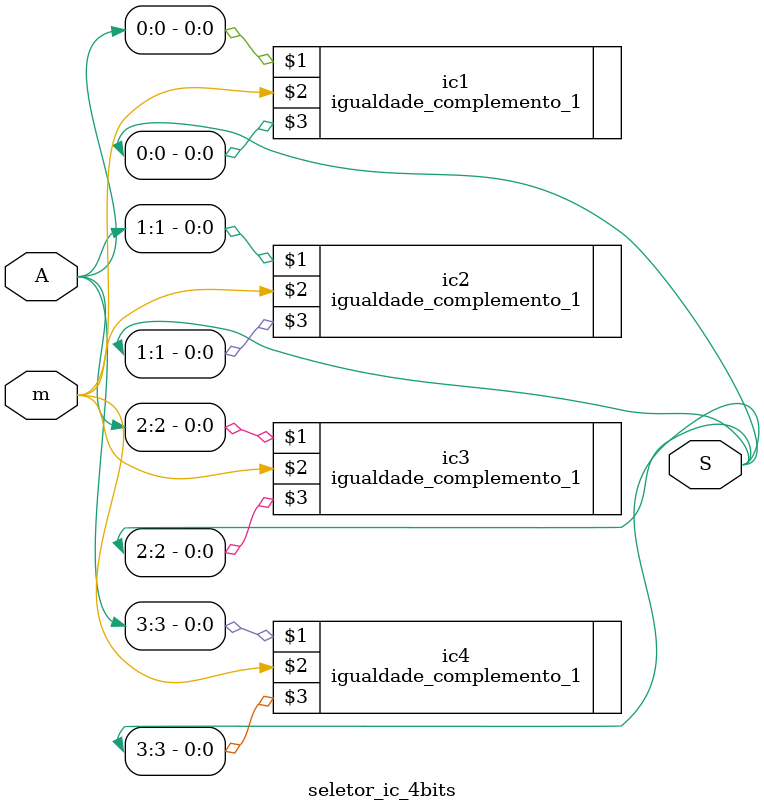
<source format=v>
module seletor_ic_4bits
(
	input [3:0]A,
	input m,
	output [3:0]S
);

	igualdade_complemento_1 ic1(A[0], m, S[0]);
	igualdade_complemento_1 ic2(A[1], m, S[1]);
	igualdade_complemento_1 ic3(A[2], m, S[2]);
	igualdade_complemento_1 ic4(A[3], m, S[3]);
	
endmodule 
</source>
